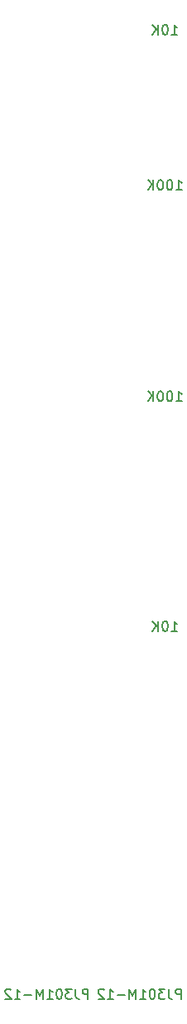
<source format=gbr>
%TF.GenerationSoftware,KiCad,Pcbnew,(5.1.6-0)*%
%TF.CreationDate,2022-12-04T14:05:47-05:00*%
%TF.ProjectId,KickDrum,4b69636b-4472-4756-9d2e-6b696361645f,rev?*%
%TF.SameCoordinates,Original*%
%TF.FileFunction,Other,Fab,Bot*%
%FSLAX46Y46*%
G04 Gerber Fmt 4.6, Leading zero omitted, Abs format (unit mm)*
G04 Created by KiCad (PCBNEW (5.1.6-0)) date 2022-12-04 14:05:47*
%MOMM*%
%LPD*%
G01*
G04 APERTURE LIST*
%ADD10C,0.150000*%
G04 APERTURE END LIST*
%TO.C,FREQ1*%
D10*
X129595476Y-78557380D02*
X130166904Y-78557380D01*
X129881190Y-78557380D02*
X129881190Y-77557380D01*
X129976428Y-77700238D01*
X130071666Y-77795476D01*
X130166904Y-77843095D01*
X128976428Y-77557380D02*
X128881190Y-77557380D01*
X128785952Y-77605000D01*
X128738333Y-77652619D01*
X128690714Y-77747857D01*
X128643095Y-77938333D01*
X128643095Y-78176428D01*
X128690714Y-78366904D01*
X128738333Y-78462142D01*
X128785952Y-78509761D01*
X128881190Y-78557380D01*
X128976428Y-78557380D01*
X129071666Y-78509761D01*
X129119285Y-78462142D01*
X129166904Y-78366904D01*
X129214523Y-78176428D01*
X129214523Y-77938333D01*
X129166904Y-77747857D01*
X129119285Y-77652619D01*
X129071666Y-77605000D01*
X128976428Y-77557380D01*
X128214523Y-78557380D02*
X128214523Y-77557380D01*
X127643095Y-78557380D02*
X128071666Y-77985952D01*
X127643095Y-77557380D02*
X128214523Y-78128809D01*
%TO.C,TONE1*%
X129595476Y-139517380D02*
X130166904Y-139517380D01*
X129881190Y-139517380D02*
X129881190Y-138517380D01*
X129976428Y-138660238D01*
X130071666Y-138755476D01*
X130166904Y-138803095D01*
X128976428Y-138517380D02*
X128881190Y-138517380D01*
X128785952Y-138565000D01*
X128738333Y-138612619D01*
X128690714Y-138707857D01*
X128643095Y-138898333D01*
X128643095Y-139136428D01*
X128690714Y-139326904D01*
X128738333Y-139422142D01*
X128785952Y-139469761D01*
X128881190Y-139517380D01*
X128976428Y-139517380D01*
X129071666Y-139469761D01*
X129119285Y-139422142D01*
X129166904Y-139326904D01*
X129214523Y-139136428D01*
X129214523Y-138898333D01*
X129166904Y-138707857D01*
X129119285Y-138612619D01*
X129071666Y-138565000D01*
X128976428Y-138517380D01*
X128214523Y-139517380D02*
X128214523Y-138517380D01*
X127643095Y-139517380D02*
X128071666Y-138945952D01*
X127643095Y-138517380D02*
X128214523Y-139088809D01*
%TO.C,DIST1*%
X130071666Y-116022380D02*
X130643095Y-116022380D01*
X130357380Y-116022380D02*
X130357380Y-115022380D01*
X130452619Y-115165238D01*
X130547857Y-115260476D01*
X130643095Y-115308095D01*
X129452619Y-115022380D02*
X129357380Y-115022380D01*
X129262142Y-115070000D01*
X129214523Y-115117619D01*
X129166904Y-115212857D01*
X129119285Y-115403333D01*
X129119285Y-115641428D01*
X129166904Y-115831904D01*
X129214523Y-115927142D01*
X129262142Y-115974761D01*
X129357380Y-116022380D01*
X129452619Y-116022380D01*
X129547857Y-115974761D01*
X129595476Y-115927142D01*
X129643095Y-115831904D01*
X129690714Y-115641428D01*
X129690714Y-115403333D01*
X129643095Y-115212857D01*
X129595476Y-115117619D01*
X129547857Y-115070000D01*
X129452619Y-115022380D01*
X128500238Y-115022380D02*
X128405000Y-115022380D01*
X128309761Y-115070000D01*
X128262142Y-115117619D01*
X128214523Y-115212857D01*
X128166904Y-115403333D01*
X128166904Y-115641428D01*
X128214523Y-115831904D01*
X128262142Y-115927142D01*
X128309761Y-115974761D01*
X128405000Y-116022380D01*
X128500238Y-116022380D01*
X128595476Y-115974761D01*
X128643095Y-115927142D01*
X128690714Y-115831904D01*
X128738333Y-115641428D01*
X128738333Y-115403333D01*
X128690714Y-115212857D01*
X128643095Y-115117619D01*
X128595476Y-115070000D01*
X128500238Y-115022380D01*
X127738333Y-116022380D02*
X127738333Y-115022380D01*
X127166904Y-116022380D02*
X127595476Y-115450952D01*
X127166904Y-115022380D02*
X127738333Y-115593809D01*
%TO.C,DECAY1*%
X130071666Y-94432380D02*
X130643095Y-94432380D01*
X130357380Y-94432380D02*
X130357380Y-93432380D01*
X130452619Y-93575238D01*
X130547857Y-93670476D01*
X130643095Y-93718095D01*
X129452619Y-93432380D02*
X129357380Y-93432380D01*
X129262142Y-93480000D01*
X129214523Y-93527619D01*
X129166904Y-93622857D01*
X129119285Y-93813333D01*
X129119285Y-94051428D01*
X129166904Y-94241904D01*
X129214523Y-94337142D01*
X129262142Y-94384761D01*
X129357380Y-94432380D01*
X129452619Y-94432380D01*
X129547857Y-94384761D01*
X129595476Y-94337142D01*
X129643095Y-94241904D01*
X129690714Y-94051428D01*
X129690714Y-93813333D01*
X129643095Y-93622857D01*
X129595476Y-93527619D01*
X129547857Y-93480000D01*
X129452619Y-93432380D01*
X128500238Y-93432380D02*
X128405000Y-93432380D01*
X128309761Y-93480000D01*
X128262142Y-93527619D01*
X128214523Y-93622857D01*
X128166904Y-93813333D01*
X128166904Y-94051428D01*
X128214523Y-94241904D01*
X128262142Y-94337142D01*
X128309761Y-94384761D01*
X128405000Y-94432380D01*
X128500238Y-94432380D01*
X128595476Y-94384761D01*
X128643095Y-94337142D01*
X128690714Y-94241904D01*
X128738333Y-94051428D01*
X128738333Y-93813333D01*
X128690714Y-93622857D01*
X128643095Y-93527619D01*
X128595476Y-93480000D01*
X128500238Y-93432380D01*
X127738333Y-94432380D02*
X127738333Y-93432380D01*
X127166904Y-94432380D02*
X127595476Y-93860952D01*
X127166904Y-93432380D02*
X127738333Y-94003809D01*
%TO.C,OUT1*%
X121054285Y-177109380D02*
X121054285Y-176109380D01*
X120673333Y-176109380D01*
X120578095Y-176157000D01*
X120530476Y-176204619D01*
X120482857Y-176299857D01*
X120482857Y-176442714D01*
X120530476Y-176537952D01*
X120578095Y-176585571D01*
X120673333Y-176633190D01*
X121054285Y-176633190D01*
X119768571Y-176109380D02*
X119768571Y-176823666D01*
X119816190Y-176966523D01*
X119911428Y-177061761D01*
X120054285Y-177109380D01*
X120149523Y-177109380D01*
X119387619Y-176109380D02*
X118768571Y-176109380D01*
X119101904Y-176490333D01*
X118959047Y-176490333D01*
X118863809Y-176537952D01*
X118816190Y-176585571D01*
X118768571Y-176680809D01*
X118768571Y-176918904D01*
X118816190Y-177014142D01*
X118863809Y-177061761D01*
X118959047Y-177109380D01*
X119244761Y-177109380D01*
X119340000Y-177061761D01*
X119387619Y-177014142D01*
X118149523Y-176109380D02*
X118054285Y-176109380D01*
X117959047Y-176157000D01*
X117911428Y-176204619D01*
X117863809Y-176299857D01*
X117816190Y-176490333D01*
X117816190Y-176728428D01*
X117863809Y-176918904D01*
X117911428Y-177014142D01*
X117959047Y-177061761D01*
X118054285Y-177109380D01*
X118149523Y-177109380D01*
X118244761Y-177061761D01*
X118292380Y-177014142D01*
X118340000Y-176918904D01*
X118387619Y-176728428D01*
X118387619Y-176490333D01*
X118340000Y-176299857D01*
X118292380Y-176204619D01*
X118244761Y-176157000D01*
X118149523Y-176109380D01*
X116863809Y-177109380D02*
X117435238Y-177109380D01*
X117149523Y-177109380D02*
X117149523Y-176109380D01*
X117244761Y-176252238D01*
X117340000Y-176347476D01*
X117435238Y-176395095D01*
X116435238Y-177109380D02*
X116435238Y-176109380D01*
X116101904Y-176823666D01*
X115768571Y-176109380D01*
X115768571Y-177109380D01*
X115292380Y-176728428D02*
X114530476Y-176728428D01*
X113530476Y-177109380D02*
X114101904Y-177109380D01*
X113816190Y-177109380D02*
X113816190Y-176109380D01*
X113911428Y-176252238D01*
X114006666Y-176347476D01*
X114101904Y-176395095D01*
X113149523Y-176204619D02*
X113101904Y-176157000D01*
X113006666Y-176109380D01*
X112768571Y-176109380D01*
X112673333Y-176157000D01*
X112625714Y-176204619D01*
X112578095Y-176299857D01*
X112578095Y-176395095D01*
X112625714Y-176537952D01*
X113197142Y-177109380D01*
X112578095Y-177109380D01*
%TO.C,GATE_IN1*%
X130579285Y-177109380D02*
X130579285Y-176109380D01*
X130198333Y-176109380D01*
X130103095Y-176157000D01*
X130055476Y-176204619D01*
X130007857Y-176299857D01*
X130007857Y-176442714D01*
X130055476Y-176537952D01*
X130103095Y-176585571D01*
X130198333Y-176633190D01*
X130579285Y-176633190D01*
X129293571Y-176109380D02*
X129293571Y-176823666D01*
X129341190Y-176966523D01*
X129436428Y-177061761D01*
X129579285Y-177109380D01*
X129674523Y-177109380D01*
X128912619Y-176109380D02*
X128293571Y-176109380D01*
X128626904Y-176490333D01*
X128484047Y-176490333D01*
X128388809Y-176537952D01*
X128341190Y-176585571D01*
X128293571Y-176680809D01*
X128293571Y-176918904D01*
X128341190Y-177014142D01*
X128388809Y-177061761D01*
X128484047Y-177109380D01*
X128769761Y-177109380D01*
X128865000Y-177061761D01*
X128912619Y-177014142D01*
X127674523Y-176109380D02*
X127579285Y-176109380D01*
X127484047Y-176157000D01*
X127436428Y-176204619D01*
X127388809Y-176299857D01*
X127341190Y-176490333D01*
X127341190Y-176728428D01*
X127388809Y-176918904D01*
X127436428Y-177014142D01*
X127484047Y-177061761D01*
X127579285Y-177109380D01*
X127674523Y-177109380D01*
X127769761Y-177061761D01*
X127817380Y-177014142D01*
X127865000Y-176918904D01*
X127912619Y-176728428D01*
X127912619Y-176490333D01*
X127865000Y-176299857D01*
X127817380Y-176204619D01*
X127769761Y-176157000D01*
X127674523Y-176109380D01*
X126388809Y-177109380D02*
X126960238Y-177109380D01*
X126674523Y-177109380D02*
X126674523Y-176109380D01*
X126769761Y-176252238D01*
X126865000Y-176347476D01*
X126960238Y-176395095D01*
X125960238Y-177109380D02*
X125960238Y-176109380D01*
X125626904Y-176823666D01*
X125293571Y-176109380D01*
X125293571Y-177109380D01*
X124817380Y-176728428D02*
X124055476Y-176728428D01*
X123055476Y-177109380D02*
X123626904Y-177109380D01*
X123341190Y-177109380D02*
X123341190Y-176109380D01*
X123436428Y-176252238D01*
X123531666Y-176347476D01*
X123626904Y-176395095D01*
X122674523Y-176204619D02*
X122626904Y-176157000D01*
X122531666Y-176109380D01*
X122293571Y-176109380D01*
X122198333Y-176157000D01*
X122150714Y-176204619D01*
X122103095Y-176299857D01*
X122103095Y-176395095D01*
X122150714Y-176537952D01*
X122722142Y-177109380D01*
X122103095Y-177109380D01*
%TD*%
M02*

</source>
